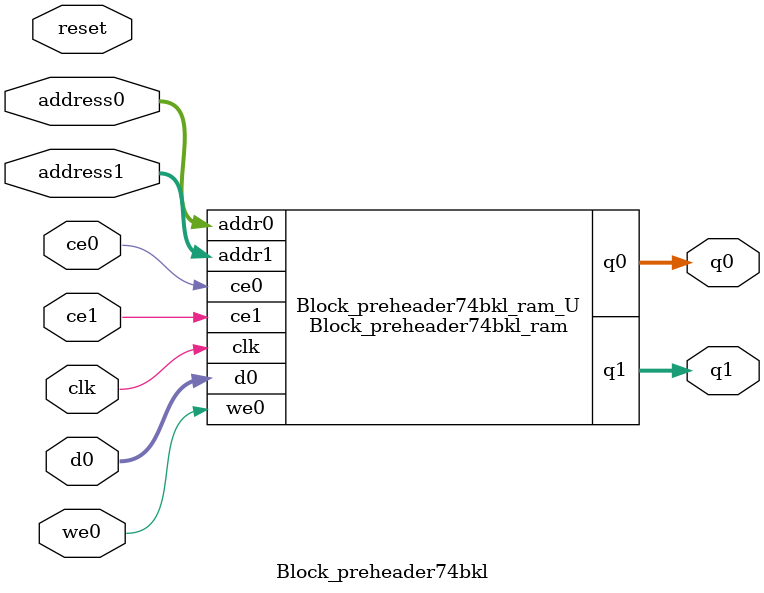
<source format=v>
`timescale 1 ns / 1 ps
module Block_preheader74bkl_ram (addr0, ce0, d0, we0, q0, addr1, ce1, q1,  clk);

parameter DWIDTH = 5;
parameter AWIDTH = 18;
parameter MEM_SIZE = 204800;

input[AWIDTH-1:0] addr0;
input ce0;
input[DWIDTH-1:0] d0;
input we0;
output reg[DWIDTH-1:0] q0;
input[AWIDTH-1:0] addr1;
input ce1;
output reg[DWIDTH-1:0] q1;
input clk;

(* ram_style = "block" *)reg [DWIDTH-1:0] ram[0:MEM_SIZE-1];




always @(posedge clk)  
begin 
    if (ce0) begin
        if (we0) 
            ram[addr0] <= d0; 
        q0 <= ram[addr0];
    end
end


always @(posedge clk)  
begin 
    if (ce1) begin
        q1 <= ram[addr1];
    end
end


endmodule

`timescale 1 ns / 1 ps
module Block_preheader74bkl(
    reset,
    clk,
    address0,
    ce0,
    we0,
    d0,
    q0,
    address1,
    ce1,
    q1);

parameter DataWidth = 32'd5;
parameter AddressRange = 32'd204800;
parameter AddressWidth = 32'd18;
input reset;
input clk;
input[AddressWidth - 1:0] address0;
input ce0;
input we0;
input[DataWidth - 1:0] d0;
output[DataWidth - 1:0] q0;
input[AddressWidth - 1:0] address1;
input ce1;
output[DataWidth - 1:0] q1;



Block_preheader74bkl_ram Block_preheader74bkl_ram_U(
    .clk( clk ),
    .addr0( address0 ),
    .ce0( ce0 ),
    .we0( we0 ),
    .d0( d0 ),
    .q0( q0 ),
    .addr1( address1 ),
    .ce1( ce1 ),
    .q1( q1 ));

endmodule


</source>
